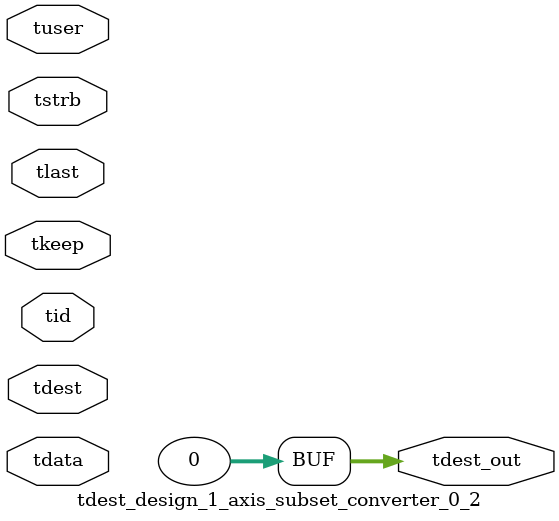
<source format=v>


`timescale 1ps/1ps

module tdest_design_1_axis_subset_converter_0_2 #
(
parameter C_S_AXIS_TDATA_WIDTH = 32,
parameter C_S_AXIS_TUSER_WIDTH = 0,
parameter C_S_AXIS_TID_WIDTH   = 0,
parameter C_S_AXIS_TDEST_WIDTH = 0,
parameter C_M_AXIS_TDEST_WIDTH = 32
)
(
input  [(C_S_AXIS_TDATA_WIDTH == 0 ? 1 : C_S_AXIS_TDATA_WIDTH)-1:0     ] tdata,
input  [(C_S_AXIS_TUSER_WIDTH == 0 ? 1 : C_S_AXIS_TUSER_WIDTH)-1:0     ] tuser,
input  [(C_S_AXIS_TID_WIDTH   == 0 ? 1 : C_S_AXIS_TID_WIDTH)-1:0       ] tid,
input  [(C_S_AXIS_TDEST_WIDTH == 0 ? 1 : C_S_AXIS_TDEST_WIDTH)-1:0     ] tdest,
input  [(C_S_AXIS_TDATA_WIDTH/8)-1:0 ] tkeep,
input  [(C_S_AXIS_TDATA_WIDTH/8)-1:0 ] tstrb,
input                                                                    tlast,
output [C_M_AXIS_TDEST_WIDTH-1:0] tdest_out
);

assign tdest_out = {1'b0};

endmodule


</source>
